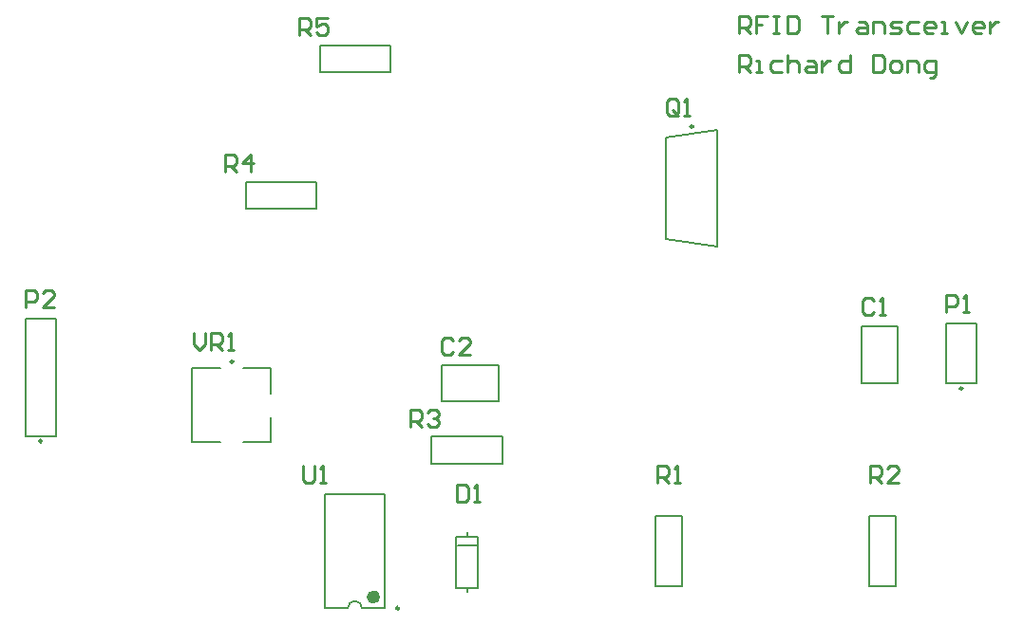
<source format=gto>
G04*
G04 #@! TF.GenerationSoftware,Altium Limited,Altium Designer,26.1.1 (7)*
G04*
G04 Layer_Color=65535*
%FSLAX44Y44*%
%MOMM*%
G71*
G04*
G04 #@! TF.SameCoordinates,EF441179-3093-475D-96A6-CC9CF34828CB*
G04*
G04*
G04 #@! TF.FilePolarity,Positive*
G04*
G01*
G75*
%ADD10C,0.6000*%
%ADD11C,0.2500*%
%ADD12C,0.2000*%
%ADD13C,0.2540*%
D10*
X1009500Y519000D02*
G03*
X1009500Y519000I-3000J0D01*
G01*
D11*
X1029350Y508900D02*
G03*
X1029350Y508900I-1250J0D01*
G01*
X711180Y658210D02*
G03*
X711180Y658210I-1250J0D01*
G01*
X1531600Y705200D02*
G03*
X1531600Y705200I-1250J0D01*
G01*
X1291570Y938920D02*
G03*
X1291570Y938920I-1250J0D01*
G01*
X881600Y729000D02*
G03*
X881600Y729000I-1250J0D01*
G01*
D12*
X996350Y509000D02*
G03*
X983650Y509000I-6350J0D01*
G01*
X963500Y611000D02*
X1016500D01*
X963500Y509000D02*
X983650D01*
X996350D02*
X1016500D01*
X963500D02*
Y611000D01*
X1016500Y509000D02*
Y611000D01*
X696480Y767310D02*
X723380D01*
X696480Y662710D02*
Y767310D01*
Y662710D02*
X723380D01*
Y767310D01*
X1258000Y591500D02*
X1282000D01*
Y528500D02*
Y591500D01*
X1258000Y528500D02*
Y591500D01*
Y528500D02*
X1282000D01*
X1067300Y694100D02*
X1118100D01*
X1067300D02*
Y725900D01*
X1118100D01*
Y694100D02*
Y725900D01*
X959100Y987490D02*
Y1011490D01*
X1022100D01*
X959100Y987490D02*
X1022100D01*
Y1011490D01*
X1516900Y763500D02*
X1543800D01*
X1516900Y709700D02*
Y763500D01*
Y709700D02*
X1543800D01*
Y763500D01*
X1090000Y523200D02*
Y527200D01*
Y572800D02*
Y576800D01*
X1081450Y565000D02*
X1098550D01*
X1080450Y572800D02*
X1099550D01*
X1080450Y527200D02*
Y572800D01*
Y527200D02*
X1099550D01*
Y572800D01*
X1448000Y591500D02*
X1472000D01*
Y528500D02*
Y591500D01*
X1448000Y528500D02*
Y591500D01*
Y528500D02*
X1472000D01*
X1442060Y709930D02*
X1473860D01*
Y760730D01*
X1442060D02*
X1473860D01*
X1442060Y709930D02*
Y760730D01*
X1121500Y638000D02*
Y662000D01*
X1058500Y638000D02*
X1121500D01*
X1058500Y662000D02*
X1121500D01*
X1058500Y638000D02*
Y662000D01*
X1267570Y838920D02*
Y928920D01*
Y838920D02*
X1313070Y831920D01*
X1267570Y928920D02*
X1313070Y935920D01*
Y831920D02*
Y935920D01*
X914950Y657000D02*
Y679750D01*
Y700250D02*
Y723000D01*
X845050Y657000D02*
X870100D01*
X890600D02*
X914950D01*
X890600Y723000D02*
X914950D01*
X845050D02*
X870100D01*
X845050Y657000D02*
Y723000D01*
X893060Y865570D02*
Y889570D01*
X956060D01*
X893060Y865570D02*
X956060D01*
Y889570D01*
D13*
X1332540Y987618D02*
Y1002853D01*
X1340157D01*
X1342697Y1000314D01*
Y995236D01*
X1340157Y992697D01*
X1332540D01*
X1337618D02*
X1342697Y987618D01*
X1347775D02*
X1352853D01*
X1350314D01*
Y997775D01*
X1347775D01*
X1370628D02*
X1363010D01*
X1360471Y995236D01*
Y990157D01*
X1363010Y987618D01*
X1370628D01*
X1375706Y1002853D02*
Y987618D01*
Y995236D01*
X1378245Y997775D01*
X1383324D01*
X1385863Y995236D01*
Y987618D01*
X1393480Y997775D02*
X1398559D01*
X1401098Y995236D01*
Y987618D01*
X1393480D01*
X1390941Y990157D01*
X1393480Y992697D01*
X1401098D01*
X1406176Y997775D02*
Y987618D01*
Y992697D01*
X1408715Y995236D01*
X1411254Y997775D01*
X1413794D01*
X1431568Y1002853D02*
Y987618D01*
X1423950D01*
X1421411Y990157D01*
Y995236D01*
X1423950Y997775D01*
X1431568D01*
X1451881Y1002853D02*
Y987618D01*
X1459499D01*
X1462038Y990157D01*
Y1000314D01*
X1459499Y1002853D01*
X1451881D01*
X1469656Y987618D02*
X1474734D01*
X1477273Y990157D01*
Y995236D01*
X1474734Y997775D01*
X1469656D01*
X1467117Y995236D01*
Y990157D01*
X1469656Y987618D01*
X1482352D02*
Y997775D01*
X1489969D01*
X1492508Y995236D01*
Y987618D01*
X1502665Y982540D02*
X1505204D01*
X1507743Y985079D01*
Y997775D01*
X1500126D01*
X1497587Y995236D01*
Y990157D01*
X1500126Y987618D01*
X1507743D01*
X1332540Y1022540D02*
Y1037775D01*
X1340157D01*
X1342697Y1035236D01*
Y1030157D01*
X1340157Y1027618D01*
X1332540D01*
X1337618D02*
X1342697Y1022540D01*
X1357932Y1037775D02*
X1347775D01*
Y1030157D01*
X1352853D01*
X1347775D01*
Y1022540D01*
X1363010Y1037775D02*
X1368089D01*
X1365549D01*
Y1022540D01*
X1363010D01*
X1368089D01*
X1375706Y1037775D02*
Y1022540D01*
X1383324D01*
X1385863Y1025079D01*
Y1035236D01*
X1383324Y1037775D01*
X1375706D01*
X1406176D02*
X1416333D01*
X1411254D01*
Y1022540D01*
X1421411Y1032697D02*
Y1022540D01*
Y1027618D01*
X1423950Y1030157D01*
X1426490Y1032697D01*
X1429029D01*
X1439185D02*
X1444264D01*
X1446803Y1030157D01*
Y1022540D01*
X1439185D01*
X1436646Y1025079D01*
X1439185Y1027618D01*
X1446803D01*
X1451881Y1022540D02*
Y1032697D01*
X1459499D01*
X1462038Y1030157D01*
Y1022540D01*
X1467117D02*
X1474734D01*
X1477273Y1025079D01*
X1474734Y1027618D01*
X1469656D01*
X1467117Y1030157D01*
X1469656Y1032697D01*
X1477273D01*
X1492508D02*
X1484891D01*
X1482352Y1030157D01*
Y1025079D01*
X1484891Y1022540D01*
X1492508D01*
X1505204D02*
X1500126D01*
X1497587Y1025079D01*
Y1030157D01*
X1500126Y1032697D01*
X1505204D01*
X1507743Y1030157D01*
Y1027618D01*
X1497587D01*
X1512822Y1022540D02*
X1517900D01*
X1515361D01*
Y1032697D01*
X1512822D01*
X1525518D02*
X1530596Y1022540D01*
X1535674Y1032697D01*
X1548370Y1022540D02*
X1543292D01*
X1540753Y1025079D01*
Y1030157D01*
X1543292Y1032697D01*
X1548370D01*
X1550909Y1030157D01*
Y1027618D01*
X1540753D01*
X1555988Y1032697D02*
Y1022540D01*
Y1027618D01*
X1558527Y1030157D01*
X1561066Y1032697D01*
X1563605D01*
X846328Y754375D02*
Y744218D01*
X851406Y739140D01*
X856485Y744218D01*
Y754375D01*
X861563Y739140D02*
Y754375D01*
X869181D01*
X871720Y751836D01*
Y746758D01*
X869181Y744218D01*
X861563D01*
X866641D02*
X871720Y739140D01*
X876798D02*
X881877D01*
X879337D01*
Y754375D01*
X876798Y751836D01*
X943864Y636519D02*
Y623823D01*
X946403Y621284D01*
X951481D01*
X954021Y623823D01*
Y636519D01*
X959099Y621284D02*
X964177D01*
X961638D01*
Y636519D01*
X959099Y633980D01*
X940054Y1020318D02*
Y1035553D01*
X947672D01*
X950211Y1033014D01*
Y1027935D01*
X947672Y1025396D01*
X940054D01*
X945132D02*
X950211Y1020318D01*
X965446Y1035553D02*
X955289D01*
Y1027935D01*
X960367Y1030475D01*
X962907D01*
X965446Y1027935D01*
Y1022857D01*
X962907Y1020318D01*
X957828D01*
X955289Y1022857D01*
X874014Y898398D02*
Y913633D01*
X881631D01*
X884171Y911094D01*
Y906015D01*
X881631Y903476D01*
X874014D01*
X879092D02*
X884171Y898398D01*
X896867D02*
Y913633D01*
X889249Y906015D01*
X899406D01*
X1039622Y670814D02*
Y686049D01*
X1047240D01*
X1049779Y683510D01*
Y678431D01*
X1047240Y675892D01*
X1039622D01*
X1044700D02*
X1049779Y670814D01*
X1054857Y683510D02*
X1057396Y686049D01*
X1062475D01*
X1065014Y683510D01*
Y680971D01*
X1062475Y678431D01*
X1059935D01*
X1062475D01*
X1065014Y675892D01*
Y673353D01*
X1062475Y670814D01*
X1057396D01*
X1054857Y673353D01*
X1449324Y620522D02*
Y635757D01*
X1456942D01*
X1459481Y633218D01*
Y628139D01*
X1456942Y625600D01*
X1449324D01*
X1454402D02*
X1459481Y620522D01*
X1474716D02*
X1464559D01*
X1474716Y630679D01*
Y633218D01*
X1472177Y635757D01*
X1467098D01*
X1464559Y633218D01*
X1259332Y620522D02*
Y635757D01*
X1266949D01*
X1269489Y633218D01*
Y628139D01*
X1266949Y625600D01*
X1259332D01*
X1264410D02*
X1269489Y620522D01*
X1274567D02*
X1279645D01*
X1277106D01*
Y635757D01*
X1274567Y633218D01*
X1278379Y951483D02*
Y961640D01*
X1275839Y964179D01*
X1270761D01*
X1268222Y961640D01*
Y951483D01*
X1270761Y948944D01*
X1275839D01*
X1273300Y954022D02*
X1278379Y948944D01*
X1275839D02*
X1278379Y951483D01*
X1283457Y948944D02*
X1288535D01*
X1285996D01*
Y964179D01*
X1283457Y961640D01*
X696722Y777240D02*
Y792475D01*
X704340D01*
X706879Y789936D01*
Y784857D01*
X704340Y782318D01*
X696722D01*
X722114Y777240D02*
X711957D01*
X722114Y787397D01*
Y789936D01*
X719575Y792475D01*
X714496D01*
X711957Y789936D01*
X1517142Y773430D02*
Y788665D01*
X1524760D01*
X1527299Y786126D01*
Y781048D01*
X1524760Y778508D01*
X1517142D01*
X1532377Y773430D02*
X1537455D01*
X1534916D01*
Y788665D01*
X1532377Y786126D01*
X1081024Y618993D02*
Y603758D01*
X1088642D01*
X1091181Y606297D01*
Y616454D01*
X1088642Y618993D01*
X1081024D01*
X1096259Y603758D02*
X1101337D01*
X1098798D01*
Y618993D01*
X1096259Y616454D01*
X1077973Y748280D02*
X1075434Y750819D01*
X1070355D01*
X1067816Y748280D01*
Y738123D01*
X1070355Y735584D01*
X1075434D01*
X1077973Y738123D01*
X1093208Y735584D02*
X1083051D01*
X1093208Y745741D01*
Y748280D01*
X1090669Y750819D01*
X1085590D01*
X1083051Y748280D01*
X1452877Y783078D02*
X1450338Y785617D01*
X1445259D01*
X1442720Y783078D01*
Y772921D01*
X1445259Y770382D01*
X1450338D01*
X1452877Y772921D01*
X1457955Y770382D02*
X1463033D01*
X1460494D01*
Y785617D01*
X1457955Y783078D01*
M02*

</source>
